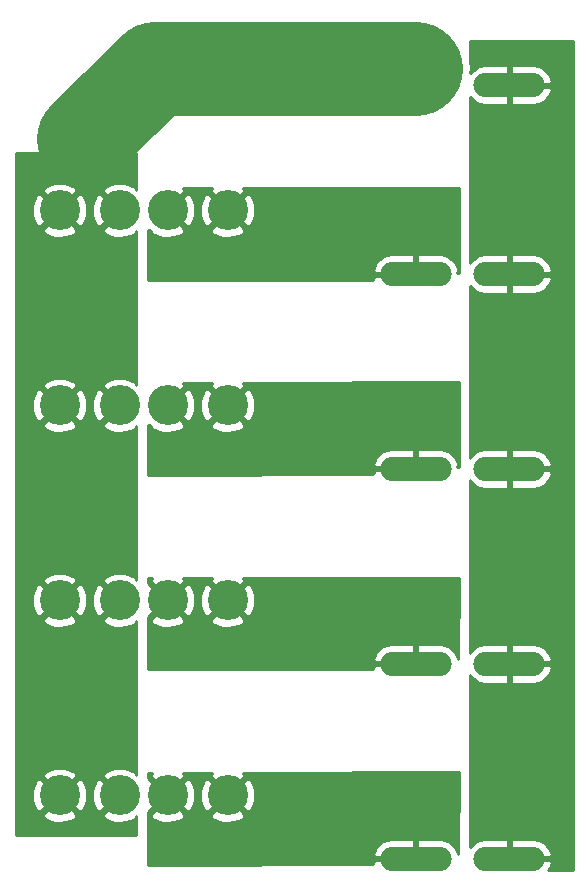
<source format=gbr>
G04 #@! TF.GenerationSoftware,KiCad,Pcbnew,5.1.5-52549c5~84~ubuntu18.04.1*
G04 #@! TF.CreationDate,2020-03-21T09:19:16-06:00*
G04 #@! TF.ProjectId,anderson_fuse_board,616e6465-7273-46f6-9e5f-667573655f62,rev?*
G04 #@! TF.SameCoordinates,Original*
G04 #@! TF.FileFunction,Copper,L2,Bot*
G04 #@! TF.FilePolarity,Positive*
%FSLAX46Y46*%
G04 Gerber Fmt 4.6, Leading zero omitted, Abs format (unit mm)*
G04 Created by KiCad (PCBNEW 5.1.5-52549c5~84~ubuntu18.04.1) date 2020-03-21 09:19:16*
%MOMM*%
%LPD*%
G04 APERTURE LIST*
%ADD10O,6.030000X2.070000*%
%ADD11C,3.400000*%
%ADD12C,8.000000*%
%ADD13C,0.254000*%
G04 APERTURE END LIST*
D10*
X115950000Y-139900000D03*
X108050000Y-139900000D03*
X115950000Y-123400000D03*
X108050000Y-123400000D03*
X115950000Y-106900000D03*
X108050000Y-106900000D03*
X115950000Y-90400000D03*
X108050000Y-90400000D03*
X115950000Y-74400000D03*
X108050000Y-74400000D03*
D11*
X92110000Y-134530000D03*
X77890000Y-134530000D03*
X87030000Y-134530000D03*
X82970000Y-134530000D03*
X92110000Y-118020000D03*
X77890000Y-118020000D03*
X87030000Y-118020000D03*
X82970000Y-118020000D03*
X92110000Y-101510000D03*
X77890000Y-101510000D03*
X87030000Y-101510000D03*
X82970000Y-101510000D03*
X92110000Y-85000000D03*
X77890000Y-85000000D03*
X87030000Y-85000000D03*
X82970000Y-85000000D03*
D12*
X108050000Y-73000000D02*
X86000000Y-73000000D01*
X86000000Y-73000000D02*
X80000000Y-79000000D01*
D13*
G36*
X84373000Y-83270021D02*
G01*
X84244352Y-83029940D01*
X83835526Y-82819180D01*
X83393438Y-82692228D01*
X82935078Y-82653963D01*
X82478060Y-82705854D01*
X82039947Y-82845908D01*
X81695648Y-83029940D01*
X81515582Y-83365977D01*
X82970000Y-84820395D01*
X82984143Y-84806253D01*
X83163748Y-84985858D01*
X83149605Y-85000000D01*
X83163748Y-85014143D01*
X82984143Y-85193748D01*
X82970000Y-85179605D01*
X81515582Y-86634023D01*
X81695648Y-86970060D01*
X82104474Y-87180820D01*
X82546562Y-87307772D01*
X83004922Y-87346037D01*
X83461940Y-87294146D01*
X83900053Y-87154092D01*
X84244352Y-86970060D01*
X84373000Y-86729979D01*
X84373000Y-99780021D01*
X84244352Y-99539940D01*
X83835526Y-99329180D01*
X83393438Y-99202228D01*
X82935078Y-99163963D01*
X82478060Y-99215854D01*
X82039947Y-99355908D01*
X81695648Y-99539940D01*
X81515582Y-99875977D01*
X82970000Y-101330395D01*
X82984143Y-101316253D01*
X83163748Y-101495858D01*
X83149605Y-101510000D01*
X83163748Y-101524143D01*
X82984143Y-101703748D01*
X82970000Y-101689605D01*
X81515582Y-103144023D01*
X81695648Y-103480060D01*
X82104474Y-103690820D01*
X82546562Y-103817772D01*
X83004922Y-103856037D01*
X83461940Y-103804146D01*
X83900053Y-103664092D01*
X84244352Y-103480060D01*
X84373000Y-103239979D01*
X84373000Y-116290021D01*
X84244352Y-116049940D01*
X83835526Y-115839180D01*
X83393438Y-115712228D01*
X82935078Y-115673963D01*
X82478060Y-115725854D01*
X82039947Y-115865908D01*
X81695648Y-116049940D01*
X81515582Y-116385977D01*
X82970000Y-117840395D01*
X82984143Y-117826253D01*
X83163748Y-118005858D01*
X83149605Y-118020000D01*
X83163748Y-118034143D01*
X82984143Y-118213748D01*
X82970000Y-118199605D01*
X81515582Y-119654023D01*
X81695648Y-119990060D01*
X82104474Y-120200820D01*
X82546562Y-120327772D01*
X83004922Y-120366037D01*
X83461940Y-120314146D01*
X83900053Y-120174092D01*
X84244352Y-119990060D01*
X84373000Y-119749979D01*
X84373000Y-132800021D01*
X84244352Y-132559940D01*
X83835526Y-132349180D01*
X83393438Y-132222228D01*
X82935078Y-132183963D01*
X82478060Y-132235854D01*
X82039947Y-132375908D01*
X81695648Y-132559940D01*
X81515582Y-132895977D01*
X82970000Y-134350395D01*
X82984143Y-134336253D01*
X83163748Y-134515858D01*
X83149605Y-134530000D01*
X83163748Y-134544143D01*
X82984143Y-134723748D01*
X82970000Y-134709605D01*
X81515582Y-136164023D01*
X81695648Y-136500060D01*
X82104474Y-136710820D01*
X82546562Y-136837772D01*
X83004922Y-136876037D01*
X83461940Y-136824146D01*
X83900053Y-136684092D01*
X84244352Y-136500060D01*
X84373000Y-136259979D01*
X84373000Y-137873000D01*
X74160000Y-137873000D01*
X74160000Y-136164023D01*
X76435582Y-136164023D01*
X76615648Y-136500060D01*
X77024474Y-136710820D01*
X77466562Y-136837772D01*
X77924922Y-136876037D01*
X78381940Y-136824146D01*
X78820053Y-136684092D01*
X79164352Y-136500060D01*
X79344418Y-136164023D01*
X77890000Y-134709605D01*
X76435582Y-136164023D01*
X74160000Y-136164023D01*
X74160000Y-134564922D01*
X75543963Y-134564922D01*
X75595854Y-135021940D01*
X75735908Y-135460053D01*
X75919940Y-135804352D01*
X76255977Y-135984418D01*
X77710395Y-134530000D01*
X78069605Y-134530000D01*
X79524023Y-135984418D01*
X79860060Y-135804352D01*
X80070820Y-135395526D01*
X80197772Y-134953438D01*
X80230206Y-134564922D01*
X80623963Y-134564922D01*
X80675854Y-135021940D01*
X80815908Y-135460053D01*
X80999940Y-135804352D01*
X81335977Y-135984418D01*
X82790395Y-134530000D01*
X81335977Y-133075582D01*
X80999940Y-133255648D01*
X80789180Y-133664474D01*
X80662228Y-134106562D01*
X80623963Y-134564922D01*
X80230206Y-134564922D01*
X80236037Y-134495078D01*
X80184146Y-134038060D01*
X80044092Y-133599947D01*
X79860060Y-133255648D01*
X79524023Y-133075582D01*
X78069605Y-134530000D01*
X77710395Y-134530000D01*
X76255977Y-133075582D01*
X75919940Y-133255648D01*
X75709180Y-133664474D01*
X75582228Y-134106562D01*
X75543963Y-134564922D01*
X74160000Y-134564922D01*
X74160000Y-132895977D01*
X76435582Y-132895977D01*
X77890000Y-134350395D01*
X79344418Y-132895977D01*
X79164352Y-132559940D01*
X78755526Y-132349180D01*
X78313438Y-132222228D01*
X77855078Y-132183963D01*
X77398060Y-132235854D01*
X76959947Y-132375908D01*
X76615648Y-132559940D01*
X76435582Y-132895977D01*
X74160000Y-132895977D01*
X74160000Y-119654023D01*
X76435582Y-119654023D01*
X76615648Y-119990060D01*
X77024474Y-120200820D01*
X77466562Y-120327772D01*
X77924922Y-120366037D01*
X78381940Y-120314146D01*
X78820053Y-120174092D01*
X79164352Y-119990060D01*
X79344418Y-119654023D01*
X77890000Y-118199605D01*
X76435582Y-119654023D01*
X74160000Y-119654023D01*
X74160000Y-118054922D01*
X75543963Y-118054922D01*
X75595854Y-118511940D01*
X75735908Y-118950053D01*
X75919940Y-119294352D01*
X76255977Y-119474418D01*
X77710395Y-118020000D01*
X78069605Y-118020000D01*
X79524023Y-119474418D01*
X79860060Y-119294352D01*
X80070820Y-118885526D01*
X80197772Y-118443438D01*
X80230206Y-118054922D01*
X80623963Y-118054922D01*
X80675854Y-118511940D01*
X80815908Y-118950053D01*
X80999940Y-119294352D01*
X81335977Y-119474418D01*
X82790395Y-118020000D01*
X81335977Y-116565582D01*
X80999940Y-116745648D01*
X80789180Y-117154474D01*
X80662228Y-117596562D01*
X80623963Y-118054922D01*
X80230206Y-118054922D01*
X80236037Y-117985078D01*
X80184146Y-117528060D01*
X80044092Y-117089947D01*
X79860060Y-116745648D01*
X79524023Y-116565582D01*
X78069605Y-118020000D01*
X77710395Y-118020000D01*
X76255977Y-116565582D01*
X75919940Y-116745648D01*
X75709180Y-117154474D01*
X75582228Y-117596562D01*
X75543963Y-118054922D01*
X74160000Y-118054922D01*
X74160000Y-116385977D01*
X76435582Y-116385977D01*
X77890000Y-117840395D01*
X79344418Y-116385977D01*
X79164352Y-116049940D01*
X78755526Y-115839180D01*
X78313438Y-115712228D01*
X77855078Y-115673963D01*
X77398060Y-115725854D01*
X76959947Y-115865908D01*
X76615648Y-116049940D01*
X76435582Y-116385977D01*
X74160000Y-116385977D01*
X74160000Y-103144023D01*
X76435582Y-103144023D01*
X76615648Y-103480060D01*
X77024474Y-103690820D01*
X77466562Y-103817772D01*
X77924922Y-103856037D01*
X78381940Y-103804146D01*
X78820053Y-103664092D01*
X79164352Y-103480060D01*
X79344418Y-103144023D01*
X77890000Y-101689605D01*
X76435582Y-103144023D01*
X74160000Y-103144023D01*
X74160000Y-101544922D01*
X75543963Y-101544922D01*
X75595854Y-102001940D01*
X75735908Y-102440053D01*
X75919940Y-102784352D01*
X76255977Y-102964418D01*
X77710395Y-101510000D01*
X78069605Y-101510000D01*
X79524023Y-102964418D01*
X79860060Y-102784352D01*
X80070820Y-102375526D01*
X80197772Y-101933438D01*
X80230206Y-101544922D01*
X80623963Y-101544922D01*
X80675854Y-102001940D01*
X80815908Y-102440053D01*
X80999940Y-102784352D01*
X81335977Y-102964418D01*
X82790395Y-101510000D01*
X81335977Y-100055582D01*
X80999940Y-100235648D01*
X80789180Y-100644474D01*
X80662228Y-101086562D01*
X80623963Y-101544922D01*
X80230206Y-101544922D01*
X80236037Y-101475078D01*
X80184146Y-101018060D01*
X80044092Y-100579947D01*
X79860060Y-100235648D01*
X79524023Y-100055582D01*
X78069605Y-101510000D01*
X77710395Y-101510000D01*
X76255977Y-100055582D01*
X75919940Y-100235648D01*
X75709180Y-100644474D01*
X75582228Y-101086562D01*
X75543963Y-101544922D01*
X74160000Y-101544922D01*
X74160000Y-99875977D01*
X76435582Y-99875977D01*
X77890000Y-101330395D01*
X79344418Y-99875977D01*
X79164352Y-99539940D01*
X78755526Y-99329180D01*
X78313438Y-99202228D01*
X77855078Y-99163963D01*
X77398060Y-99215854D01*
X76959947Y-99355908D01*
X76615648Y-99539940D01*
X76435582Y-99875977D01*
X74160000Y-99875977D01*
X74160000Y-86634023D01*
X76435582Y-86634023D01*
X76615648Y-86970060D01*
X77024474Y-87180820D01*
X77466562Y-87307772D01*
X77924922Y-87346037D01*
X78381940Y-87294146D01*
X78820053Y-87154092D01*
X79164352Y-86970060D01*
X79344418Y-86634023D01*
X77890000Y-85179605D01*
X76435582Y-86634023D01*
X74160000Y-86634023D01*
X74160000Y-85034922D01*
X75543963Y-85034922D01*
X75595854Y-85491940D01*
X75735908Y-85930053D01*
X75919940Y-86274352D01*
X76255977Y-86454418D01*
X77710395Y-85000000D01*
X78069605Y-85000000D01*
X79524023Y-86454418D01*
X79860060Y-86274352D01*
X80070820Y-85865526D01*
X80197772Y-85423438D01*
X80230206Y-85034922D01*
X80623963Y-85034922D01*
X80675854Y-85491940D01*
X80815908Y-85930053D01*
X80999940Y-86274352D01*
X81335977Y-86454418D01*
X82790395Y-85000000D01*
X81335977Y-83545582D01*
X80999940Y-83725648D01*
X80789180Y-84134474D01*
X80662228Y-84576562D01*
X80623963Y-85034922D01*
X80230206Y-85034922D01*
X80236037Y-84965078D01*
X80184146Y-84508060D01*
X80044092Y-84069947D01*
X79860060Y-83725648D01*
X79524023Y-83545582D01*
X78069605Y-85000000D01*
X77710395Y-85000000D01*
X76255977Y-83545582D01*
X75919940Y-83725648D01*
X75709180Y-84134474D01*
X75582228Y-84576562D01*
X75543963Y-85034922D01*
X74160000Y-85034922D01*
X74160000Y-83365977D01*
X76435582Y-83365977D01*
X77890000Y-84820395D01*
X79344418Y-83365977D01*
X79164352Y-83029940D01*
X78755526Y-82819180D01*
X78313438Y-82692228D01*
X77855078Y-82653963D01*
X77398060Y-82705854D01*
X76959947Y-82845908D01*
X76615648Y-83029940D01*
X76435582Y-83365977D01*
X74160000Y-83365977D01*
X74160000Y-80127000D01*
X84373000Y-80127000D01*
X84373000Y-83270021D01*
G37*
X84373000Y-83270021D02*
X84244352Y-83029940D01*
X83835526Y-82819180D01*
X83393438Y-82692228D01*
X82935078Y-82653963D01*
X82478060Y-82705854D01*
X82039947Y-82845908D01*
X81695648Y-83029940D01*
X81515582Y-83365977D01*
X82970000Y-84820395D01*
X82984143Y-84806253D01*
X83163748Y-84985858D01*
X83149605Y-85000000D01*
X83163748Y-85014143D01*
X82984143Y-85193748D01*
X82970000Y-85179605D01*
X81515582Y-86634023D01*
X81695648Y-86970060D01*
X82104474Y-87180820D01*
X82546562Y-87307772D01*
X83004922Y-87346037D01*
X83461940Y-87294146D01*
X83900053Y-87154092D01*
X84244352Y-86970060D01*
X84373000Y-86729979D01*
X84373000Y-99780021D01*
X84244352Y-99539940D01*
X83835526Y-99329180D01*
X83393438Y-99202228D01*
X82935078Y-99163963D01*
X82478060Y-99215854D01*
X82039947Y-99355908D01*
X81695648Y-99539940D01*
X81515582Y-99875977D01*
X82970000Y-101330395D01*
X82984143Y-101316253D01*
X83163748Y-101495858D01*
X83149605Y-101510000D01*
X83163748Y-101524143D01*
X82984143Y-101703748D01*
X82970000Y-101689605D01*
X81515582Y-103144023D01*
X81695648Y-103480060D01*
X82104474Y-103690820D01*
X82546562Y-103817772D01*
X83004922Y-103856037D01*
X83461940Y-103804146D01*
X83900053Y-103664092D01*
X84244352Y-103480060D01*
X84373000Y-103239979D01*
X84373000Y-116290021D01*
X84244352Y-116049940D01*
X83835526Y-115839180D01*
X83393438Y-115712228D01*
X82935078Y-115673963D01*
X82478060Y-115725854D01*
X82039947Y-115865908D01*
X81695648Y-116049940D01*
X81515582Y-116385977D01*
X82970000Y-117840395D01*
X82984143Y-117826253D01*
X83163748Y-118005858D01*
X83149605Y-118020000D01*
X83163748Y-118034143D01*
X82984143Y-118213748D01*
X82970000Y-118199605D01*
X81515582Y-119654023D01*
X81695648Y-119990060D01*
X82104474Y-120200820D01*
X82546562Y-120327772D01*
X83004922Y-120366037D01*
X83461940Y-120314146D01*
X83900053Y-120174092D01*
X84244352Y-119990060D01*
X84373000Y-119749979D01*
X84373000Y-132800021D01*
X84244352Y-132559940D01*
X83835526Y-132349180D01*
X83393438Y-132222228D01*
X82935078Y-132183963D01*
X82478060Y-132235854D01*
X82039947Y-132375908D01*
X81695648Y-132559940D01*
X81515582Y-132895977D01*
X82970000Y-134350395D01*
X82984143Y-134336253D01*
X83163748Y-134515858D01*
X83149605Y-134530000D01*
X83163748Y-134544143D01*
X82984143Y-134723748D01*
X82970000Y-134709605D01*
X81515582Y-136164023D01*
X81695648Y-136500060D01*
X82104474Y-136710820D01*
X82546562Y-136837772D01*
X83004922Y-136876037D01*
X83461940Y-136824146D01*
X83900053Y-136684092D01*
X84244352Y-136500060D01*
X84373000Y-136259979D01*
X84373000Y-137873000D01*
X74160000Y-137873000D01*
X74160000Y-136164023D01*
X76435582Y-136164023D01*
X76615648Y-136500060D01*
X77024474Y-136710820D01*
X77466562Y-136837772D01*
X77924922Y-136876037D01*
X78381940Y-136824146D01*
X78820053Y-136684092D01*
X79164352Y-136500060D01*
X79344418Y-136164023D01*
X77890000Y-134709605D01*
X76435582Y-136164023D01*
X74160000Y-136164023D01*
X74160000Y-134564922D01*
X75543963Y-134564922D01*
X75595854Y-135021940D01*
X75735908Y-135460053D01*
X75919940Y-135804352D01*
X76255977Y-135984418D01*
X77710395Y-134530000D01*
X78069605Y-134530000D01*
X79524023Y-135984418D01*
X79860060Y-135804352D01*
X80070820Y-135395526D01*
X80197772Y-134953438D01*
X80230206Y-134564922D01*
X80623963Y-134564922D01*
X80675854Y-135021940D01*
X80815908Y-135460053D01*
X80999940Y-135804352D01*
X81335977Y-135984418D01*
X82790395Y-134530000D01*
X81335977Y-133075582D01*
X80999940Y-133255648D01*
X80789180Y-133664474D01*
X80662228Y-134106562D01*
X80623963Y-134564922D01*
X80230206Y-134564922D01*
X80236037Y-134495078D01*
X80184146Y-134038060D01*
X80044092Y-133599947D01*
X79860060Y-133255648D01*
X79524023Y-133075582D01*
X78069605Y-134530000D01*
X77710395Y-134530000D01*
X76255977Y-133075582D01*
X75919940Y-133255648D01*
X75709180Y-133664474D01*
X75582228Y-134106562D01*
X75543963Y-134564922D01*
X74160000Y-134564922D01*
X74160000Y-132895977D01*
X76435582Y-132895977D01*
X77890000Y-134350395D01*
X79344418Y-132895977D01*
X79164352Y-132559940D01*
X78755526Y-132349180D01*
X78313438Y-132222228D01*
X77855078Y-132183963D01*
X77398060Y-132235854D01*
X76959947Y-132375908D01*
X76615648Y-132559940D01*
X76435582Y-132895977D01*
X74160000Y-132895977D01*
X74160000Y-119654023D01*
X76435582Y-119654023D01*
X76615648Y-119990060D01*
X77024474Y-120200820D01*
X77466562Y-120327772D01*
X77924922Y-120366037D01*
X78381940Y-120314146D01*
X78820053Y-120174092D01*
X79164352Y-119990060D01*
X79344418Y-119654023D01*
X77890000Y-118199605D01*
X76435582Y-119654023D01*
X74160000Y-119654023D01*
X74160000Y-118054922D01*
X75543963Y-118054922D01*
X75595854Y-118511940D01*
X75735908Y-118950053D01*
X75919940Y-119294352D01*
X76255977Y-119474418D01*
X77710395Y-118020000D01*
X78069605Y-118020000D01*
X79524023Y-119474418D01*
X79860060Y-119294352D01*
X80070820Y-118885526D01*
X80197772Y-118443438D01*
X80230206Y-118054922D01*
X80623963Y-118054922D01*
X80675854Y-118511940D01*
X80815908Y-118950053D01*
X80999940Y-119294352D01*
X81335977Y-119474418D01*
X82790395Y-118020000D01*
X81335977Y-116565582D01*
X80999940Y-116745648D01*
X80789180Y-117154474D01*
X80662228Y-117596562D01*
X80623963Y-118054922D01*
X80230206Y-118054922D01*
X80236037Y-117985078D01*
X80184146Y-117528060D01*
X80044092Y-117089947D01*
X79860060Y-116745648D01*
X79524023Y-116565582D01*
X78069605Y-118020000D01*
X77710395Y-118020000D01*
X76255977Y-116565582D01*
X75919940Y-116745648D01*
X75709180Y-117154474D01*
X75582228Y-117596562D01*
X75543963Y-118054922D01*
X74160000Y-118054922D01*
X74160000Y-116385977D01*
X76435582Y-116385977D01*
X77890000Y-117840395D01*
X79344418Y-116385977D01*
X79164352Y-116049940D01*
X78755526Y-115839180D01*
X78313438Y-115712228D01*
X77855078Y-115673963D01*
X77398060Y-115725854D01*
X76959947Y-115865908D01*
X76615648Y-116049940D01*
X76435582Y-116385977D01*
X74160000Y-116385977D01*
X74160000Y-103144023D01*
X76435582Y-103144023D01*
X76615648Y-103480060D01*
X77024474Y-103690820D01*
X77466562Y-103817772D01*
X77924922Y-103856037D01*
X78381940Y-103804146D01*
X78820053Y-103664092D01*
X79164352Y-103480060D01*
X79344418Y-103144023D01*
X77890000Y-101689605D01*
X76435582Y-103144023D01*
X74160000Y-103144023D01*
X74160000Y-101544922D01*
X75543963Y-101544922D01*
X75595854Y-102001940D01*
X75735908Y-102440053D01*
X75919940Y-102784352D01*
X76255977Y-102964418D01*
X77710395Y-101510000D01*
X78069605Y-101510000D01*
X79524023Y-102964418D01*
X79860060Y-102784352D01*
X80070820Y-102375526D01*
X80197772Y-101933438D01*
X80230206Y-101544922D01*
X80623963Y-101544922D01*
X80675854Y-102001940D01*
X80815908Y-102440053D01*
X80999940Y-102784352D01*
X81335977Y-102964418D01*
X82790395Y-101510000D01*
X81335977Y-100055582D01*
X80999940Y-100235648D01*
X80789180Y-100644474D01*
X80662228Y-101086562D01*
X80623963Y-101544922D01*
X80230206Y-101544922D01*
X80236037Y-101475078D01*
X80184146Y-101018060D01*
X80044092Y-100579947D01*
X79860060Y-100235648D01*
X79524023Y-100055582D01*
X78069605Y-101510000D01*
X77710395Y-101510000D01*
X76255977Y-100055582D01*
X75919940Y-100235648D01*
X75709180Y-100644474D01*
X75582228Y-101086562D01*
X75543963Y-101544922D01*
X74160000Y-101544922D01*
X74160000Y-99875977D01*
X76435582Y-99875977D01*
X77890000Y-101330395D01*
X79344418Y-99875977D01*
X79164352Y-99539940D01*
X78755526Y-99329180D01*
X78313438Y-99202228D01*
X77855078Y-99163963D01*
X77398060Y-99215854D01*
X76959947Y-99355908D01*
X76615648Y-99539940D01*
X76435582Y-99875977D01*
X74160000Y-99875977D01*
X74160000Y-86634023D01*
X76435582Y-86634023D01*
X76615648Y-86970060D01*
X77024474Y-87180820D01*
X77466562Y-87307772D01*
X77924922Y-87346037D01*
X78381940Y-87294146D01*
X78820053Y-87154092D01*
X79164352Y-86970060D01*
X79344418Y-86634023D01*
X77890000Y-85179605D01*
X76435582Y-86634023D01*
X74160000Y-86634023D01*
X74160000Y-85034922D01*
X75543963Y-85034922D01*
X75595854Y-85491940D01*
X75735908Y-85930053D01*
X75919940Y-86274352D01*
X76255977Y-86454418D01*
X77710395Y-85000000D01*
X78069605Y-85000000D01*
X79524023Y-86454418D01*
X79860060Y-86274352D01*
X80070820Y-85865526D01*
X80197772Y-85423438D01*
X80230206Y-85034922D01*
X80623963Y-85034922D01*
X80675854Y-85491940D01*
X80815908Y-85930053D01*
X80999940Y-86274352D01*
X81335977Y-86454418D01*
X82790395Y-85000000D01*
X81335977Y-83545582D01*
X80999940Y-83725648D01*
X80789180Y-84134474D01*
X80662228Y-84576562D01*
X80623963Y-85034922D01*
X80230206Y-85034922D01*
X80236037Y-84965078D01*
X80184146Y-84508060D01*
X80044092Y-84069947D01*
X79860060Y-83725648D01*
X79524023Y-83545582D01*
X78069605Y-85000000D01*
X77710395Y-85000000D01*
X76255977Y-83545582D01*
X75919940Y-83725648D01*
X75709180Y-84134474D01*
X75582228Y-84576562D01*
X75543963Y-85034922D01*
X74160000Y-85034922D01*
X74160000Y-83365977D01*
X76435582Y-83365977D01*
X77890000Y-84820395D01*
X79344418Y-83365977D01*
X79164352Y-83029940D01*
X78755526Y-82819180D01*
X78313438Y-82692228D01*
X77855078Y-82653963D01*
X77398060Y-82705854D01*
X76959947Y-82845908D01*
X76615648Y-83029940D01*
X76435582Y-83365977D01*
X74160000Y-83365977D01*
X74160000Y-80127000D01*
X84373000Y-80127000D01*
X84373000Y-83270021D01*
G36*
X90655582Y-83365977D02*
G01*
X92110000Y-84820395D01*
X93564418Y-83365977D01*
X93436362Y-83127000D01*
X111673000Y-83127000D01*
X111673000Y-90272998D01*
X111535905Y-90272998D01*
X111654796Y-90014075D01*
X111621480Y-89878251D01*
X111489112Y-89577794D01*
X111300671Y-89308934D01*
X111063399Y-89082003D01*
X110786414Y-88905722D01*
X110480361Y-88786865D01*
X110157000Y-88730000D01*
X108177000Y-88730000D01*
X108177000Y-90273000D01*
X108197000Y-90273000D01*
X108197000Y-90527000D01*
X108177000Y-90527000D01*
X108177000Y-90547000D01*
X107923000Y-90547000D01*
X107923000Y-90527000D01*
X104564096Y-90527000D01*
X104445204Y-90785925D01*
X104466562Y-90873000D01*
X85377000Y-90873000D01*
X85377000Y-90014075D01*
X104445204Y-90014075D01*
X104564096Y-90273000D01*
X107923000Y-90273000D01*
X107923000Y-88730000D01*
X105943000Y-88730000D01*
X105619639Y-88786865D01*
X105313586Y-88905722D01*
X105036601Y-89082003D01*
X104799329Y-89308934D01*
X104610888Y-89577794D01*
X104478520Y-89878251D01*
X104445204Y-90014075D01*
X85377000Y-90014075D01*
X85377000Y-86664298D01*
X85461155Y-86748453D01*
X85575583Y-86634025D01*
X85755648Y-86970060D01*
X86164474Y-87180820D01*
X86606562Y-87307772D01*
X87064922Y-87346037D01*
X87521940Y-87294146D01*
X87960053Y-87154092D01*
X88304352Y-86970060D01*
X88484418Y-86634023D01*
X90655582Y-86634023D01*
X90835648Y-86970060D01*
X91244474Y-87180820D01*
X91686562Y-87307772D01*
X92144922Y-87346037D01*
X92601940Y-87294146D01*
X93040053Y-87154092D01*
X93384352Y-86970060D01*
X93564418Y-86634023D01*
X92110000Y-85179605D01*
X90655582Y-86634023D01*
X88484418Y-86634023D01*
X87030000Y-85179605D01*
X87015858Y-85193748D01*
X86836253Y-85014143D01*
X86850395Y-85000000D01*
X87209605Y-85000000D01*
X88664023Y-86454418D01*
X89000060Y-86274352D01*
X89210820Y-85865526D01*
X89337772Y-85423438D01*
X89370206Y-85034922D01*
X89763963Y-85034922D01*
X89815854Y-85491940D01*
X89955908Y-85930053D01*
X90139940Y-86274352D01*
X90475977Y-86454418D01*
X91930395Y-85000000D01*
X92289605Y-85000000D01*
X93744023Y-86454418D01*
X94080060Y-86274352D01*
X94290820Y-85865526D01*
X94417772Y-85423438D01*
X94456037Y-84965078D01*
X94404146Y-84508060D01*
X94264092Y-84069947D01*
X94080060Y-83725648D01*
X93744023Y-83545582D01*
X92289605Y-85000000D01*
X91930395Y-85000000D01*
X90475977Y-83545582D01*
X90139940Y-83725648D01*
X89929180Y-84134474D01*
X89802228Y-84576562D01*
X89763963Y-85034922D01*
X89370206Y-85034922D01*
X89376037Y-84965078D01*
X89324146Y-84508060D01*
X89184092Y-84069947D01*
X89000060Y-83725648D01*
X88664023Y-83545582D01*
X87209605Y-85000000D01*
X86850395Y-85000000D01*
X86836253Y-84985858D01*
X87015858Y-84806253D01*
X87030000Y-84820395D01*
X88484418Y-83365977D01*
X88356362Y-83127000D01*
X90783638Y-83127000D01*
X90655582Y-83365977D01*
G37*
X90655582Y-83365977D02*
X92110000Y-84820395D01*
X93564418Y-83365977D01*
X93436362Y-83127000D01*
X111673000Y-83127000D01*
X111673000Y-90272998D01*
X111535905Y-90272998D01*
X111654796Y-90014075D01*
X111621480Y-89878251D01*
X111489112Y-89577794D01*
X111300671Y-89308934D01*
X111063399Y-89082003D01*
X110786414Y-88905722D01*
X110480361Y-88786865D01*
X110157000Y-88730000D01*
X108177000Y-88730000D01*
X108177000Y-90273000D01*
X108197000Y-90273000D01*
X108197000Y-90527000D01*
X108177000Y-90527000D01*
X108177000Y-90547000D01*
X107923000Y-90547000D01*
X107923000Y-90527000D01*
X104564096Y-90527000D01*
X104445204Y-90785925D01*
X104466562Y-90873000D01*
X85377000Y-90873000D01*
X85377000Y-90014075D01*
X104445204Y-90014075D01*
X104564096Y-90273000D01*
X107923000Y-90273000D01*
X107923000Y-88730000D01*
X105943000Y-88730000D01*
X105619639Y-88786865D01*
X105313586Y-88905722D01*
X105036601Y-89082003D01*
X104799329Y-89308934D01*
X104610888Y-89577794D01*
X104478520Y-89878251D01*
X104445204Y-90014075D01*
X85377000Y-90014075D01*
X85377000Y-86664298D01*
X85461155Y-86748453D01*
X85575583Y-86634025D01*
X85755648Y-86970060D01*
X86164474Y-87180820D01*
X86606562Y-87307772D01*
X87064922Y-87346037D01*
X87521940Y-87294146D01*
X87960053Y-87154092D01*
X88304352Y-86970060D01*
X88484418Y-86634023D01*
X90655582Y-86634023D01*
X90835648Y-86970060D01*
X91244474Y-87180820D01*
X91686562Y-87307772D01*
X92144922Y-87346037D01*
X92601940Y-87294146D01*
X93040053Y-87154092D01*
X93384352Y-86970060D01*
X93564418Y-86634023D01*
X92110000Y-85179605D01*
X90655582Y-86634023D01*
X88484418Y-86634023D01*
X87030000Y-85179605D01*
X87015858Y-85193748D01*
X86836253Y-85014143D01*
X86850395Y-85000000D01*
X87209605Y-85000000D01*
X88664023Y-86454418D01*
X89000060Y-86274352D01*
X89210820Y-85865526D01*
X89337772Y-85423438D01*
X89370206Y-85034922D01*
X89763963Y-85034922D01*
X89815854Y-85491940D01*
X89955908Y-85930053D01*
X90139940Y-86274352D01*
X90475977Y-86454418D01*
X91930395Y-85000000D01*
X92289605Y-85000000D01*
X93744023Y-86454418D01*
X94080060Y-86274352D01*
X94290820Y-85865526D01*
X94417772Y-85423438D01*
X94456037Y-84965078D01*
X94404146Y-84508060D01*
X94264092Y-84069947D01*
X94080060Y-83725648D01*
X93744023Y-83545582D01*
X92289605Y-85000000D01*
X91930395Y-85000000D01*
X90475977Y-83545582D01*
X90139940Y-83725648D01*
X89929180Y-84134474D01*
X89802228Y-84576562D01*
X89763963Y-85034922D01*
X89370206Y-85034922D01*
X89376037Y-84965078D01*
X89324146Y-84508060D01*
X89184092Y-84069947D01*
X89000060Y-83725648D01*
X88664023Y-83545582D01*
X87209605Y-85000000D01*
X86850395Y-85000000D01*
X86836253Y-84985858D01*
X87015858Y-84806253D01*
X87030000Y-84820395D01*
X88484418Y-83365977D01*
X88356362Y-83127000D01*
X90783638Y-83127000D01*
X90655582Y-83365977D01*
G36*
X121340000Y-140873000D02*
G01*
X119283422Y-140873000D01*
X119389112Y-140722206D01*
X119521480Y-140421749D01*
X119554796Y-140285925D01*
X119435904Y-140027000D01*
X116077000Y-140027000D01*
X116077000Y-140047000D01*
X115823000Y-140047000D01*
X115823000Y-140027000D01*
X115803000Y-140027000D01*
X115803000Y-139773000D01*
X115823000Y-139773000D01*
X115823000Y-138230000D01*
X116077000Y-138230000D01*
X116077000Y-139773000D01*
X119435904Y-139773000D01*
X119554796Y-139514075D01*
X119521480Y-139378251D01*
X119389112Y-139077794D01*
X119200671Y-138808934D01*
X118963399Y-138582003D01*
X118686414Y-138405722D01*
X118380361Y-138286865D01*
X118057000Y-138230000D01*
X116077000Y-138230000D01*
X115823000Y-138230000D01*
X113843000Y-138230000D01*
X113519639Y-138286865D01*
X113213586Y-138405722D01*
X112936601Y-138582003D01*
X112699329Y-138808934D01*
X112602728Y-138946760D01*
X112607900Y-124360619D01*
X112699329Y-124491066D01*
X112936601Y-124717997D01*
X113213586Y-124894278D01*
X113519639Y-125013135D01*
X113843000Y-125070000D01*
X115823000Y-125070000D01*
X115823000Y-123527000D01*
X116077000Y-123527000D01*
X116077000Y-125070000D01*
X118057000Y-125070000D01*
X118380361Y-125013135D01*
X118686414Y-124894278D01*
X118963399Y-124717997D01*
X119200671Y-124491066D01*
X119389112Y-124222206D01*
X119521480Y-123921749D01*
X119554796Y-123785925D01*
X119435904Y-123527000D01*
X116077000Y-123527000D01*
X115823000Y-123527000D01*
X115803000Y-123527000D01*
X115803000Y-123273000D01*
X115823000Y-123273000D01*
X115823000Y-121730000D01*
X116077000Y-121730000D01*
X116077000Y-123273000D01*
X119435904Y-123273000D01*
X119554796Y-123014075D01*
X119521480Y-122878251D01*
X119389112Y-122577794D01*
X119200671Y-122308934D01*
X118963399Y-122082003D01*
X118686414Y-121905722D01*
X118380361Y-121786865D01*
X118057000Y-121730000D01*
X116077000Y-121730000D01*
X115823000Y-121730000D01*
X113843000Y-121730000D01*
X113519639Y-121786865D01*
X113213586Y-121905722D01*
X112936601Y-122082003D01*
X112699329Y-122308934D01*
X112608582Y-122438408D01*
X112613749Y-107868963D01*
X112699329Y-107991066D01*
X112936601Y-108217997D01*
X113213586Y-108394278D01*
X113519639Y-108513135D01*
X113843000Y-108570000D01*
X115823000Y-108570000D01*
X115823000Y-107027000D01*
X116077000Y-107027000D01*
X116077000Y-108570000D01*
X118057000Y-108570000D01*
X118380361Y-108513135D01*
X118686414Y-108394278D01*
X118963399Y-108217997D01*
X119200671Y-107991066D01*
X119389112Y-107722206D01*
X119521480Y-107421749D01*
X119554796Y-107285925D01*
X119435904Y-107027000D01*
X116077000Y-107027000D01*
X115823000Y-107027000D01*
X115803000Y-107027000D01*
X115803000Y-106773000D01*
X115823000Y-106773000D01*
X115823000Y-105230000D01*
X116077000Y-105230000D01*
X116077000Y-106773000D01*
X119435904Y-106773000D01*
X119554796Y-106514075D01*
X119521480Y-106378251D01*
X119389112Y-106077794D01*
X119200671Y-105808934D01*
X118963399Y-105582003D01*
X118686414Y-105405722D01*
X118380361Y-105286865D01*
X118057000Y-105230000D01*
X116077000Y-105230000D01*
X115823000Y-105230000D01*
X113843000Y-105230000D01*
X113519639Y-105286865D01*
X113213586Y-105405722D01*
X112936601Y-105582003D01*
X112699329Y-105808934D01*
X112614436Y-105930056D01*
X112619597Y-91377307D01*
X112699329Y-91491066D01*
X112936601Y-91717997D01*
X113213586Y-91894278D01*
X113519639Y-92013135D01*
X113843000Y-92070000D01*
X115823000Y-92070000D01*
X115823000Y-90527000D01*
X116077000Y-90527000D01*
X116077000Y-92070000D01*
X118057000Y-92070000D01*
X118380361Y-92013135D01*
X118686414Y-91894278D01*
X118963399Y-91717997D01*
X119200671Y-91491066D01*
X119389112Y-91222206D01*
X119521480Y-90921749D01*
X119554796Y-90785925D01*
X119435904Y-90527000D01*
X116077000Y-90527000D01*
X115823000Y-90527000D01*
X115803000Y-90527000D01*
X115803000Y-90273000D01*
X115823000Y-90273000D01*
X115823000Y-88730000D01*
X116077000Y-88730000D01*
X116077000Y-90273000D01*
X119435904Y-90273000D01*
X119554796Y-90014075D01*
X119521480Y-89878251D01*
X119389112Y-89577794D01*
X119200671Y-89308934D01*
X118963399Y-89082003D01*
X118686414Y-88905722D01*
X118380361Y-88786865D01*
X118057000Y-88730000D01*
X116077000Y-88730000D01*
X115823000Y-88730000D01*
X113843000Y-88730000D01*
X113519639Y-88786865D01*
X113213586Y-88905722D01*
X112936601Y-89082003D01*
X112699329Y-89308934D01*
X112620290Y-89421703D01*
X112625268Y-75385398D01*
X112699329Y-75491066D01*
X112936601Y-75717997D01*
X113213586Y-75894278D01*
X113519639Y-76013135D01*
X113843000Y-76070000D01*
X115823000Y-76070000D01*
X115823000Y-74527000D01*
X116077000Y-74527000D01*
X116077000Y-76070000D01*
X118057000Y-76070000D01*
X118380361Y-76013135D01*
X118686414Y-75894278D01*
X118963399Y-75717997D01*
X119200671Y-75491066D01*
X119389112Y-75222206D01*
X119521480Y-74921749D01*
X119554796Y-74785925D01*
X119435904Y-74527000D01*
X116077000Y-74527000D01*
X115823000Y-74527000D01*
X115803000Y-74527000D01*
X115803000Y-74273000D01*
X115823000Y-74273000D01*
X115823000Y-72730000D01*
X116077000Y-72730000D01*
X116077000Y-74273000D01*
X119435904Y-74273000D01*
X119554796Y-74014075D01*
X119521480Y-73878251D01*
X119389112Y-73577794D01*
X119200671Y-73308934D01*
X118963399Y-73082003D01*
X118686414Y-72905722D01*
X118380361Y-72786865D01*
X118057000Y-72730000D01*
X116077000Y-72730000D01*
X115823000Y-72730000D01*
X113843000Y-72730000D01*
X113519639Y-72786865D01*
X113213586Y-72905722D01*
X112936601Y-73082003D01*
X112699329Y-73308934D01*
X112673348Y-73346003D01*
X112707426Y-73000000D01*
X112626405Y-72177381D01*
X112626955Y-70627000D01*
X121340001Y-70627000D01*
X121340000Y-140873000D01*
G37*
X121340000Y-140873000D02*
X119283422Y-140873000D01*
X119389112Y-140722206D01*
X119521480Y-140421749D01*
X119554796Y-140285925D01*
X119435904Y-140027000D01*
X116077000Y-140027000D01*
X116077000Y-140047000D01*
X115823000Y-140047000D01*
X115823000Y-140027000D01*
X115803000Y-140027000D01*
X115803000Y-139773000D01*
X115823000Y-139773000D01*
X115823000Y-138230000D01*
X116077000Y-138230000D01*
X116077000Y-139773000D01*
X119435904Y-139773000D01*
X119554796Y-139514075D01*
X119521480Y-139378251D01*
X119389112Y-139077794D01*
X119200671Y-138808934D01*
X118963399Y-138582003D01*
X118686414Y-138405722D01*
X118380361Y-138286865D01*
X118057000Y-138230000D01*
X116077000Y-138230000D01*
X115823000Y-138230000D01*
X113843000Y-138230000D01*
X113519639Y-138286865D01*
X113213586Y-138405722D01*
X112936601Y-138582003D01*
X112699329Y-138808934D01*
X112602728Y-138946760D01*
X112607900Y-124360619D01*
X112699329Y-124491066D01*
X112936601Y-124717997D01*
X113213586Y-124894278D01*
X113519639Y-125013135D01*
X113843000Y-125070000D01*
X115823000Y-125070000D01*
X115823000Y-123527000D01*
X116077000Y-123527000D01*
X116077000Y-125070000D01*
X118057000Y-125070000D01*
X118380361Y-125013135D01*
X118686414Y-124894278D01*
X118963399Y-124717997D01*
X119200671Y-124491066D01*
X119389112Y-124222206D01*
X119521480Y-123921749D01*
X119554796Y-123785925D01*
X119435904Y-123527000D01*
X116077000Y-123527000D01*
X115823000Y-123527000D01*
X115803000Y-123527000D01*
X115803000Y-123273000D01*
X115823000Y-123273000D01*
X115823000Y-121730000D01*
X116077000Y-121730000D01*
X116077000Y-123273000D01*
X119435904Y-123273000D01*
X119554796Y-123014075D01*
X119521480Y-122878251D01*
X119389112Y-122577794D01*
X119200671Y-122308934D01*
X118963399Y-122082003D01*
X118686414Y-121905722D01*
X118380361Y-121786865D01*
X118057000Y-121730000D01*
X116077000Y-121730000D01*
X115823000Y-121730000D01*
X113843000Y-121730000D01*
X113519639Y-121786865D01*
X113213586Y-121905722D01*
X112936601Y-122082003D01*
X112699329Y-122308934D01*
X112608582Y-122438408D01*
X112613749Y-107868963D01*
X112699329Y-107991066D01*
X112936601Y-108217997D01*
X113213586Y-108394278D01*
X113519639Y-108513135D01*
X113843000Y-108570000D01*
X115823000Y-108570000D01*
X115823000Y-107027000D01*
X116077000Y-107027000D01*
X116077000Y-108570000D01*
X118057000Y-108570000D01*
X118380361Y-108513135D01*
X118686414Y-108394278D01*
X118963399Y-108217997D01*
X119200671Y-107991066D01*
X119389112Y-107722206D01*
X119521480Y-107421749D01*
X119554796Y-107285925D01*
X119435904Y-107027000D01*
X116077000Y-107027000D01*
X115823000Y-107027000D01*
X115803000Y-107027000D01*
X115803000Y-106773000D01*
X115823000Y-106773000D01*
X115823000Y-105230000D01*
X116077000Y-105230000D01*
X116077000Y-106773000D01*
X119435904Y-106773000D01*
X119554796Y-106514075D01*
X119521480Y-106378251D01*
X119389112Y-106077794D01*
X119200671Y-105808934D01*
X118963399Y-105582003D01*
X118686414Y-105405722D01*
X118380361Y-105286865D01*
X118057000Y-105230000D01*
X116077000Y-105230000D01*
X115823000Y-105230000D01*
X113843000Y-105230000D01*
X113519639Y-105286865D01*
X113213586Y-105405722D01*
X112936601Y-105582003D01*
X112699329Y-105808934D01*
X112614436Y-105930056D01*
X112619597Y-91377307D01*
X112699329Y-91491066D01*
X112936601Y-91717997D01*
X113213586Y-91894278D01*
X113519639Y-92013135D01*
X113843000Y-92070000D01*
X115823000Y-92070000D01*
X115823000Y-90527000D01*
X116077000Y-90527000D01*
X116077000Y-92070000D01*
X118057000Y-92070000D01*
X118380361Y-92013135D01*
X118686414Y-91894278D01*
X118963399Y-91717997D01*
X119200671Y-91491066D01*
X119389112Y-91222206D01*
X119521480Y-90921749D01*
X119554796Y-90785925D01*
X119435904Y-90527000D01*
X116077000Y-90527000D01*
X115823000Y-90527000D01*
X115803000Y-90527000D01*
X115803000Y-90273000D01*
X115823000Y-90273000D01*
X115823000Y-88730000D01*
X116077000Y-88730000D01*
X116077000Y-90273000D01*
X119435904Y-90273000D01*
X119554796Y-90014075D01*
X119521480Y-89878251D01*
X119389112Y-89577794D01*
X119200671Y-89308934D01*
X118963399Y-89082003D01*
X118686414Y-88905722D01*
X118380361Y-88786865D01*
X118057000Y-88730000D01*
X116077000Y-88730000D01*
X115823000Y-88730000D01*
X113843000Y-88730000D01*
X113519639Y-88786865D01*
X113213586Y-88905722D01*
X112936601Y-89082003D01*
X112699329Y-89308934D01*
X112620290Y-89421703D01*
X112625268Y-75385398D01*
X112699329Y-75491066D01*
X112936601Y-75717997D01*
X113213586Y-75894278D01*
X113519639Y-76013135D01*
X113843000Y-76070000D01*
X115823000Y-76070000D01*
X115823000Y-74527000D01*
X116077000Y-74527000D01*
X116077000Y-76070000D01*
X118057000Y-76070000D01*
X118380361Y-76013135D01*
X118686414Y-75894278D01*
X118963399Y-75717997D01*
X119200671Y-75491066D01*
X119389112Y-75222206D01*
X119521480Y-74921749D01*
X119554796Y-74785925D01*
X119435904Y-74527000D01*
X116077000Y-74527000D01*
X115823000Y-74527000D01*
X115803000Y-74527000D01*
X115803000Y-74273000D01*
X115823000Y-74273000D01*
X115823000Y-72730000D01*
X116077000Y-72730000D01*
X116077000Y-74273000D01*
X119435904Y-74273000D01*
X119554796Y-74014075D01*
X119521480Y-73878251D01*
X119389112Y-73577794D01*
X119200671Y-73308934D01*
X118963399Y-73082003D01*
X118686414Y-72905722D01*
X118380361Y-72786865D01*
X118057000Y-72730000D01*
X116077000Y-72730000D01*
X115823000Y-72730000D01*
X113843000Y-72730000D01*
X113519639Y-72786865D01*
X113213586Y-72905722D01*
X112936601Y-73082003D01*
X112699329Y-73308934D01*
X112673348Y-73346003D01*
X112707426Y-73000000D01*
X112626405Y-72177381D01*
X112626955Y-70627000D01*
X121340001Y-70627000D01*
X121340000Y-140873000D01*
G36*
X111673000Y-106772998D02*
G01*
X111535905Y-106772998D01*
X111654796Y-106514075D01*
X111621480Y-106378251D01*
X111489112Y-106077794D01*
X111300671Y-105808934D01*
X111063399Y-105582003D01*
X110786414Y-105405722D01*
X110480361Y-105286865D01*
X110157000Y-105230000D01*
X108177000Y-105230000D01*
X108177000Y-106773000D01*
X108197000Y-106773000D01*
X108197000Y-107027000D01*
X108177000Y-107027000D01*
X108177000Y-107047000D01*
X107923000Y-107047000D01*
X107923000Y-107027000D01*
X104564096Y-107027000D01*
X104445204Y-107285925D01*
X104463819Y-107361815D01*
X85377000Y-107397760D01*
X85377000Y-106514075D01*
X104445204Y-106514075D01*
X104564096Y-106773000D01*
X107923000Y-106773000D01*
X107923000Y-105230000D01*
X105943000Y-105230000D01*
X105619639Y-105286865D01*
X105313586Y-105405722D01*
X105036601Y-105582003D01*
X104799329Y-105808934D01*
X104610888Y-106077794D01*
X104478520Y-106378251D01*
X104445204Y-106514075D01*
X85377000Y-106514075D01*
X85377000Y-103174298D01*
X85461155Y-103258453D01*
X85575583Y-103144025D01*
X85755648Y-103480060D01*
X86164474Y-103690820D01*
X86606562Y-103817772D01*
X87064922Y-103856037D01*
X87521940Y-103804146D01*
X87960053Y-103664092D01*
X88304352Y-103480060D01*
X88484418Y-103144023D01*
X90655582Y-103144023D01*
X90835648Y-103480060D01*
X91244474Y-103690820D01*
X91686562Y-103817772D01*
X92144922Y-103856037D01*
X92601940Y-103804146D01*
X93040053Y-103664092D01*
X93384352Y-103480060D01*
X93564418Y-103144023D01*
X92110000Y-101689605D01*
X90655582Y-103144023D01*
X88484418Y-103144023D01*
X87030000Y-101689605D01*
X87015858Y-101703748D01*
X86836253Y-101524143D01*
X86850395Y-101510000D01*
X87209605Y-101510000D01*
X88664023Y-102964418D01*
X89000060Y-102784352D01*
X89210820Y-102375526D01*
X89337772Y-101933438D01*
X89370206Y-101544922D01*
X89763963Y-101544922D01*
X89815854Y-102001940D01*
X89955908Y-102440053D01*
X90139940Y-102784352D01*
X90475977Y-102964418D01*
X91930395Y-101510000D01*
X92289605Y-101510000D01*
X93744023Y-102964418D01*
X94080060Y-102784352D01*
X94290820Y-102375526D01*
X94417772Y-101933438D01*
X94456037Y-101475078D01*
X94404146Y-101018060D01*
X94264092Y-100579947D01*
X94080060Y-100235648D01*
X93744023Y-100055582D01*
X92289605Y-101510000D01*
X91930395Y-101510000D01*
X90475977Y-100055582D01*
X90139940Y-100235648D01*
X89929180Y-100644474D01*
X89802228Y-101086562D01*
X89763963Y-101544922D01*
X89370206Y-101544922D01*
X89376037Y-101475078D01*
X89324146Y-101018060D01*
X89184092Y-100579947D01*
X89000060Y-100235648D01*
X88664023Y-100055582D01*
X87209605Y-101510000D01*
X86850395Y-101510000D01*
X86836253Y-101495858D01*
X87015858Y-101316253D01*
X87030000Y-101330395D01*
X88484418Y-99875977D01*
X88347877Y-99621166D01*
X90794592Y-99616559D01*
X90655582Y-99875977D01*
X92110000Y-101330395D01*
X93564418Y-99875977D01*
X93422756Y-99611609D01*
X111673000Y-99577240D01*
X111673000Y-106772998D01*
G37*
X111673000Y-106772998D02*
X111535905Y-106772998D01*
X111654796Y-106514075D01*
X111621480Y-106378251D01*
X111489112Y-106077794D01*
X111300671Y-105808934D01*
X111063399Y-105582003D01*
X110786414Y-105405722D01*
X110480361Y-105286865D01*
X110157000Y-105230000D01*
X108177000Y-105230000D01*
X108177000Y-106773000D01*
X108197000Y-106773000D01*
X108197000Y-107027000D01*
X108177000Y-107027000D01*
X108177000Y-107047000D01*
X107923000Y-107047000D01*
X107923000Y-107027000D01*
X104564096Y-107027000D01*
X104445204Y-107285925D01*
X104463819Y-107361815D01*
X85377000Y-107397760D01*
X85377000Y-106514075D01*
X104445204Y-106514075D01*
X104564096Y-106773000D01*
X107923000Y-106773000D01*
X107923000Y-105230000D01*
X105943000Y-105230000D01*
X105619639Y-105286865D01*
X105313586Y-105405722D01*
X105036601Y-105582003D01*
X104799329Y-105808934D01*
X104610888Y-106077794D01*
X104478520Y-106378251D01*
X104445204Y-106514075D01*
X85377000Y-106514075D01*
X85377000Y-103174298D01*
X85461155Y-103258453D01*
X85575583Y-103144025D01*
X85755648Y-103480060D01*
X86164474Y-103690820D01*
X86606562Y-103817772D01*
X87064922Y-103856037D01*
X87521940Y-103804146D01*
X87960053Y-103664092D01*
X88304352Y-103480060D01*
X88484418Y-103144023D01*
X90655582Y-103144023D01*
X90835648Y-103480060D01*
X91244474Y-103690820D01*
X91686562Y-103817772D01*
X92144922Y-103856037D01*
X92601940Y-103804146D01*
X93040053Y-103664092D01*
X93384352Y-103480060D01*
X93564418Y-103144023D01*
X92110000Y-101689605D01*
X90655582Y-103144023D01*
X88484418Y-103144023D01*
X87030000Y-101689605D01*
X87015858Y-101703748D01*
X86836253Y-101524143D01*
X86850395Y-101510000D01*
X87209605Y-101510000D01*
X88664023Y-102964418D01*
X89000060Y-102784352D01*
X89210820Y-102375526D01*
X89337772Y-101933438D01*
X89370206Y-101544922D01*
X89763963Y-101544922D01*
X89815854Y-102001940D01*
X89955908Y-102440053D01*
X90139940Y-102784352D01*
X90475977Y-102964418D01*
X91930395Y-101510000D01*
X92289605Y-101510000D01*
X93744023Y-102964418D01*
X94080060Y-102784352D01*
X94290820Y-102375526D01*
X94417772Y-101933438D01*
X94456037Y-101475078D01*
X94404146Y-101018060D01*
X94264092Y-100579947D01*
X94080060Y-100235648D01*
X93744023Y-100055582D01*
X92289605Y-101510000D01*
X91930395Y-101510000D01*
X90475977Y-100055582D01*
X90139940Y-100235648D01*
X89929180Y-100644474D01*
X89802228Y-101086562D01*
X89763963Y-101544922D01*
X89370206Y-101544922D01*
X89376037Y-101475078D01*
X89324146Y-101018060D01*
X89184092Y-100579947D01*
X89000060Y-100235648D01*
X88664023Y-100055582D01*
X87209605Y-101510000D01*
X86850395Y-101510000D01*
X86836253Y-101495858D01*
X87015858Y-101316253D01*
X87030000Y-101330395D01*
X88484418Y-99875977D01*
X88347877Y-99621166D01*
X90794592Y-99616559D01*
X90655582Y-99875977D01*
X92110000Y-101330395D01*
X93564418Y-99875977D01*
X93422756Y-99611609D01*
X111673000Y-99577240D01*
X111673000Y-106772998D01*
G36*
X85575582Y-116385977D02*
G01*
X87030000Y-117840395D01*
X88484418Y-116385977D01*
X88345645Y-116127000D01*
X90794355Y-116127000D01*
X90655582Y-116385977D01*
X92110000Y-117840395D01*
X93564418Y-116385977D01*
X93425645Y-116127000D01*
X111672665Y-116127000D01*
X111654562Y-123013119D01*
X111621480Y-122878251D01*
X111489112Y-122577794D01*
X111300671Y-122308934D01*
X111063399Y-122082003D01*
X110786414Y-121905722D01*
X110480361Y-121786865D01*
X110157000Y-121730000D01*
X108177000Y-121730000D01*
X108177000Y-123273000D01*
X108197000Y-123273000D01*
X108197000Y-123527000D01*
X108177000Y-123527000D01*
X108177000Y-123547000D01*
X107923000Y-123547000D01*
X107923000Y-123527000D01*
X104564096Y-123527000D01*
X104445204Y-123785925D01*
X104466562Y-123873000D01*
X85348367Y-123873000D01*
X85350624Y-123014075D01*
X104445204Y-123014075D01*
X104564096Y-123273000D01*
X107923000Y-123273000D01*
X107923000Y-121730000D01*
X105943000Y-121730000D01*
X105619639Y-121786865D01*
X105313586Y-121905722D01*
X105036601Y-122082003D01*
X104799329Y-122308934D01*
X104610888Y-122577794D01*
X104478520Y-122878251D01*
X104445204Y-123014075D01*
X85350624Y-123014075D01*
X85359458Y-119654023D01*
X85575582Y-119654023D01*
X85755648Y-119990060D01*
X86164474Y-120200820D01*
X86606562Y-120327772D01*
X87064922Y-120366037D01*
X87521940Y-120314146D01*
X87960053Y-120174092D01*
X88304352Y-119990060D01*
X88484418Y-119654023D01*
X90655582Y-119654023D01*
X90835648Y-119990060D01*
X91244474Y-120200820D01*
X91686562Y-120327772D01*
X92144922Y-120366037D01*
X92601940Y-120314146D01*
X93040053Y-120174092D01*
X93384352Y-119990060D01*
X93564418Y-119654023D01*
X92110000Y-118199605D01*
X90655582Y-119654023D01*
X88484418Y-119654023D01*
X87030000Y-118199605D01*
X85575582Y-119654023D01*
X85359458Y-119654023D01*
X85359981Y-119455130D01*
X85395977Y-119474418D01*
X86850395Y-118020000D01*
X87209605Y-118020000D01*
X88664023Y-119474418D01*
X89000060Y-119294352D01*
X89210820Y-118885526D01*
X89337772Y-118443438D01*
X89370206Y-118054922D01*
X89763963Y-118054922D01*
X89815854Y-118511940D01*
X89955908Y-118950053D01*
X90139940Y-119294352D01*
X90475977Y-119474418D01*
X91930395Y-118020000D01*
X92289605Y-118020000D01*
X93744023Y-119474418D01*
X94080060Y-119294352D01*
X94290820Y-118885526D01*
X94417772Y-118443438D01*
X94456037Y-117985078D01*
X94404146Y-117528060D01*
X94264092Y-117089947D01*
X94080060Y-116745648D01*
X93744023Y-116565582D01*
X92289605Y-118020000D01*
X91930395Y-118020000D01*
X90475977Y-116565582D01*
X90139940Y-116745648D01*
X89929180Y-117154474D01*
X89802228Y-117596562D01*
X89763963Y-118054922D01*
X89370206Y-118054922D01*
X89376037Y-117985078D01*
X89324146Y-117528060D01*
X89184092Y-117089947D01*
X89000060Y-116745648D01*
X88664023Y-116565582D01*
X87209605Y-118020000D01*
X86850395Y-118020000D01*
X85395977Y-116565582D01*
X85367538Y-116580821D01*
X85368731Y-116127000D01*
X85714355Y-116127000D01*
X85575582Y-116385977D01*
G37*
X85575582Y-116385977D02*
X87030000Y-117840395D01*
X88484418Y-116385977D01*
X88345645Y-116127000D01*
X90794355Y-116127000D01*
X90655582Y-116385977D01*
X92110000Y-117840395D01*
X93564418Y-116385977D01*
X93425645Y-116127000D01*
X111672665Y-116127000D01*
X111654562Y-123013119D01*
X111621480Y-122878251D01*
X111489112Y-122577794D01*
X111300671Y-122308934D01*
X111063399Y-122082003D01*
X110786414Y-121905722D01*
X110480361Y-121786865D01*
X110157000Y-121730000D01*
X108177000Y-121730000D01*
X108177000Y-123273000D01*
X108197000Y-123273000D01*
X108197000Y-123527000D01*
X108177000Y-123527000D01*
X108177000Y-123547000D01*
X107923000Y-123547000D01*
X107923000Y-123527000D01*
X104564096Y-123527000D01*
X104445204Y-123785925D01*
X104466562Y-123873000D01*
X85348367Y-123873000D01*
X85350624Y-123014075D01*
X104445204Y-123014075D01*
X104564096Y-123273000D01*
X107923000Y-123273000D01*
X107923000Y-121730000D01*
X105943000Y-121730000D01*
X105619639Y-121786865D01*
X105313586Y-121905722D01*
X105036601Y-122082003D01*
X104799329Y-122308934D01*
X104610888Y-122577794D01*
X104478520Y-122878251D01*
X104445204Y-123014075D01*
X85350624Y-123014075D01*
X85359458Y-119654023D01*
X85575582Y-119654023D01*
X85755648Y-119990060D01*
X86164474Y-120200820D01*
X86606562Y-120327772D01*
X87064922Y-120366037D01*
X87521940Y-120314146D01*
X87960053Y-120174092D01*
X88304352Y-119990060D01*
X88484418Y-119654023D01*
X90655582Y-119654023D01*
X90835648Y-119990060D01*
X91244474Y-120200820D01*
X91686562Y-120327772D01*
X92144922Y-120366037D01*
X92601940Y-120314146D01*
X93040053Y-120174092D01*
X93384352Y-119990060D01*
X93564418Y-119654023D01*
X92110000Y-118199605D01*
X90655582Y-119654023D01*
X88484418Y-119654023D01*
X87030000Y-118199605D01*
X85575582Y-119654023D01*
X85359458Y-119654023D01*
X85359981Y-119455130D01*
X85395977Y-119474418D01*
X86850395Y-118020000D01*
X87209605Y-118020000D01*
X88664023Y-119474418D01*
X89000060Y-119294352D01*
X89210820Y-118885526D01*
X89337772Y-118443438D01*
X89370206Y-118054922D01*
X89763963Y-118054922D01*
X89815854Y-118511940D01*
X89955908Y-118950053D01*
X90139940Y-119294352D01*
X90475977Y-119474418D01*
X91930395Y-118020000D01*
X92289605Y-118020000D01*
X93744023Y-119474418D01*
X94080060Y-119294352D01*
X94290820Y-118885526D01*
X94417772Y-118443438D01*
X94456037Y-117985078D01*
X94404146Y-117528060D01*
X94264092Y-117089947D01*
X94080060Y-116745648D01*
X93744023Y-116565582D01*
X92289605Y-118020000D01*
X91930395Y-118020000D01*
X90475977Y-116565582D01*
X90139940Y-116745648D01*
X89929180Y-117154474D01*
X89802228Y-117596562D01*
X89763963Y-118054922D01*
X89370206Y-118054922D01*
X89376037Y-117985078D01*
X89324146Y-117528060D01*
X89184092Y-117089947D01*
X89000060Y-116745648D01*
X88664023Y-116565582D01*
X87209605Y-118020000D01*
X86850395Y-118020000D01*
X85395977Y-116565582D01*
X85367538Y-116580821D01*
X85368731Y-116127000D01*
X85714355Y-116127000D01*
X85575582Y-116385977D01*
G36*
X111654489Y-139512822D02*
G01*
X111621480Y-139378251D01*
X111489112Y-139077794D01*
X111300671Y-138808934D01*
X111063399Y-138582003D01*
X110786414Y-138405722D01*
X110480361Y-138286865D01*
X110157000Y-138230000D01*
X108177000Y-138230000D01*
X108177000Y-139773000D01*
X108197000Y-139773000D01*
X108197000Y-140027000D01*
X108177000Y-140027000D01*
X108177000Y-140047000D01*
X107923000Y-140047000D01*
X107923000Y-140027000D01*
X104564096Y-140027000D01*
X104445204Y-140285925D01*
X104463808Y-140361772D01*
X85348366Y-140397760D01*
X85350681Y-139514075D01*
X104445204Y-139514075D01*
X104564096Y-139773000D01*
X107923000Y-139773000D01*
X107923000Y-138230000D01*
X105943000Y-138230000D01*
X105619639Y-138286865D01*
X105313586Y-138405722D01*
X105036601Y-138582003D01*
X104799329Y-138808934D01*
X104610888Y-139077794D01*
X104478520Y-139378251D01*
X104445204Y-139514075D01*
X85350681Y-139514075D01*
X85359461Y-136164023D01*
X85575582Y-136164023D01*
X85755648Y-136500060D01*
X86164474Y-136710820D01*
X86606562Y-136837772D01*
X87064922Y-136876037D01*
X87521940Y-136824146D01*
X87960053Y-136684092D01*
X88304352Y-136500060D01*
X88484418Y-136164023D01*
X90655582Y-136164023D01*
X90835648Y-136500060D01*
X91244474Y-136710820D01*
X91686562Y-136837772D01*
X92144922Y-136876037D01*
X92601940Y-136824146D01*
X93040053Y-136684092D01*
X93384352Y-136500060D01*
X93564418Y-136164023D01*
X92110000Y-134709605D01*
X90655582Y-136164023D01*
X88484418Y-136164023D01*
X87030000Y-134709605D01*
X85575582Y-136164023D01*
X85359461Y-136164023D01*
X85359983Y-135965131D01*
X85395977Y-135984418D01*
X86850395Y-134530000D01*
X87209605Y-134530000D01*
X88664023Y-135984418D01*
X89000060Y-135804352D01*
X89210820Y-135395526D01*
X89337772Y-134953438D01*
X89370206Y-134564922D01*
X89763963Y-134564922D01*
X89815854Y-135021940D01*
X89955908Y-135460053D01*
X90139940Y-135804352D01*
X90475977Y-135984418D01*
X91930395Y-134530000D01*
X92289605Y-134530000D01*
X93744023Y-135984418D01*
X94080060Y-135804352D01*
X94290820Y-135395526D01*
X94417772Y-134953438D01*
X94456037Y-134495078D01*
X94404146Y-134038060D01*
X94264092Y-133599947D01*
X94080060Y-133255648D01*
X93744023Y-133075582D01*
X92289605Y-134530000D01*
X91930395Y-134530000D01*
X90475977Y-133075582D01*
X90139940Y-133255648D01*
X89929180Y-133664474D01*
X89802228Y-134106562D01*
X89763963Y-134564922D01*
X89370206Y-134564922D01*
X89376037Y-134495078D01*
X89324146Y-134038060D01*
X89184092Y-133599947D01*
X89000060Y-133255648D01*
X88664023Y-133075582D01*
X87209605Y-134530000D01*
X86850395Y-134530000D01*
X85395977Y-133075582D01*
X85367517Y-133090832D01*
X85368733Y-132626762D01*
X85720196Y-132626100D01*
X85575582Y-132895977D01*
X87030000Y-134350395D01*
X88484418Y-132895977D01*
X88337164Y-132621173D01*
X90805326Y-132616527D01*
X90655582Y-132895977D01*
X92110000Y-134350395D01*
X93564418Y-132895977D01*
X93412044Y-132611619D01*
X111672666Y-132577240D01*
X111654489Y-139512822D01*
G37*
X111654489Y-139512822D02*
X111621480Y-139378251D01*
X111489112Y-139077794D01*
X111300671Y-138808934D01*
X111063399Y-138582003D01*
X110786414Y-138405722D01*
X110480361Y-138286865D01*
X110157000Y-138230000D01*
X108177000Y-138230000D01*
X108177000Y-139773000D01*
X108197000Y-139773000D01*
X108197000Y-140027000D01*
X108177000Y-140027000D01*
X108177000Y-140047000D01*
X107923000Y-140047000D01*
X107923000Y-140027000D01*
X104564096Y-140027000D01*
X104445204Y-140285925D01*
X104463808Y-140361772D01*
X85348366Y-140397760D01*
X85350681Y-139514075D01*
X104445204Y-139514075D01*
X104564096Y-139773000D01*
X107923000Y-139773000D01*
X107923000Y-138230000D01*
X105943000Y-138230000D01*
X105619639Y-138286865D01*
X105313586Y-138405722D01*
X105036601Y-138582003D01*
X104799329Y-138808934D01*
X104610888Y-139077794D01*
X104478520Y-139378251D01*
X104445204Y-139514075D01*
X85350681Y-139514075D01*
X85359461Y-136164023D01*
X85575582Y-136164023D01*
X85755648Y-136500060D01*
X86164474Y-136710820D01*
X86606562Y-136837772D01*
X87064922Y-136876037D01*
X87521940Y-136824146D01*
X87960053Y-136684092D01*
X88304352Y-136500060D01*
X88484418Y-136164023D01*
X90655582Y-136164023D01*
X90835648Y-136500060D01*
X91244474Y-136710820D01*
X91686562Y-136837772D01*
X92144922Y-136876037D01*
X92601940Y-136824146D01*
X93040053Y-136684092D01*
X93384352Y-136500060D01*
X93564418Y-136164023D01*
X92110000Y-134709605D01*
X90655582Y-136164023D01*
X88484418Y-136164023D01*
X87030000Y-134709605D01*
X85575582Y-136164023D01*
X85359461Y-136164023D01*
X85359983Y-135965131D01*
X85395977Y-135984418D01*
X86850395Y-134530000D01*
X87209605Y-134530000D01*
X88664023Y-135984418D01*
X89000060Y-135804352D01*
X89210820Y-135395526D01*
X89337772Y-134953438D01*
X89370206Y-134564922D01*
X89763963Y-134564922D01*
X89815854Y-135021940D01*
X89955908Y-135460053D01*
X90139940Y-135804352D01*
X90475977Y-135984418D01*
X91930395Y-134530000D01*
X92289605Y-134530000D01*
X93744023Y-135984418D01*
X94080060Y-135804352D01*
X94290820Y-135395526D01*
X94417772Y-134953438D01*
X94456037Y-134495078D01*
X94404146Y-134038060D01*
X94264092Y-133599947D01*
X94080060Y-133255648D01*
X93744023Y-133075582D01*
X92289605Y-134530000D01*
X91930395Y-134530000D01*
X90475977Y-133075582D01*
X90139940Y-133255648D01*
X89929180Y-133664474D01*
X89802228Y-134106562D01*
X89763963Y-134564922D01*
X89370206Y-134564922D01*
X89376037Y-134495078D01*
X89324146Y-134038060D01*
X89184092Y-133599947D01*
X89000060Y-133255648D01*
X88664023Y-133075582D01*
X87209605Y-134530000D01*
X86850395Y-134530000D01*
X85395977Y-133075582D01*
X85367517Y-133090832D01*
X85368733Y-132626762D01*
X85720196Y-132626100D01*
X85575582Y-132895977D01*
X87030000Y-134350395D01*
X88484418Y-132895977D01*
X88337164Y-132621173D01*
X90805326Y-132616527D01*
X90655582Y-132895977D01*
X92110000Y-134350395D01*
X93564418Y-132895977D01*
X93412044Y-132611619D01*
X111672666Y-132577240D01*
X111654489Y-139512822D01*
M02*

</source>
